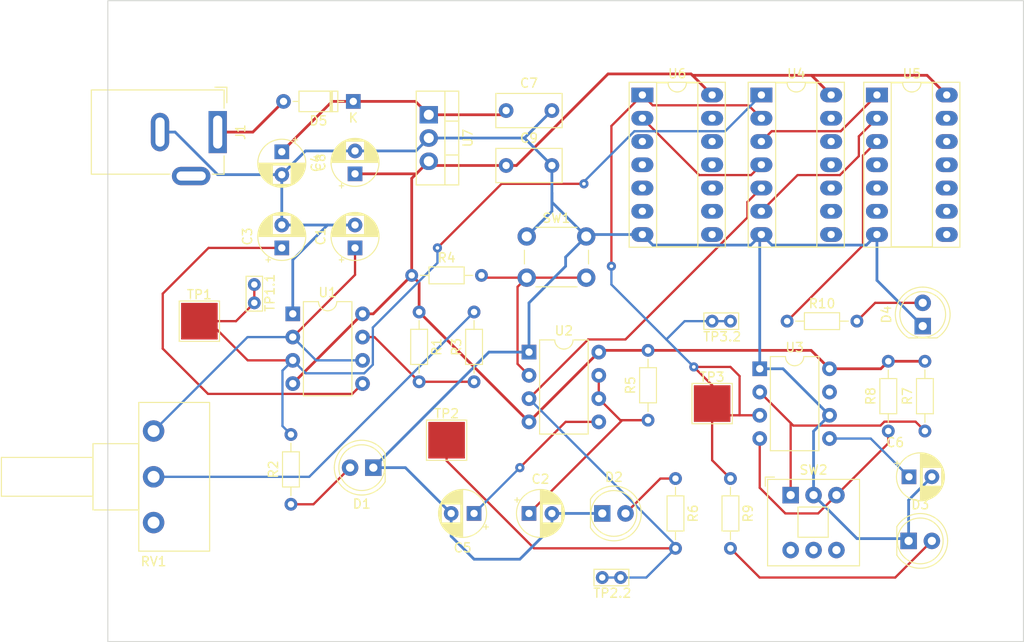
<source format=kicad_pcb>
(kicad_pcb (version 20221018) (generator pcbnew)
  (layers (0 "F.Cu" signal) (31 "B.Cu" signal) (34 "B.Paste" user) (35 "F.Paste" user) (36 "B.SilkS" user "B.Silkscreen") (37 "F.SilkS" user "F.Silkscreen") (38 "B.Mask" user) (39 "F.Mask" user) (44 "Edge.Cuts" user))
  (net 0 "")
  (net 1 "Net-(U1-THR)")
  (net 2 "GND")
  (net 3 "Net-(U2-DIS)")
  (net 4 "Net-(U1-CV)")
  (net 5 "Net-(U2-CV)")
  (net 6 "Net-(U3-CV)")
  (net 7 "Net-(D1-A)")
  (net 8 "Net-(D2-A)")
  (net 9 "Net-(D3-A)")
  (net 10 "Net-(D4-A)")
  (net 11 "Net-(U1-DIS)")
  (net 12 "MUX1")
  (net 13 "Net-(R3-Pad2)")
  (net 14 "Net-(U2-TR)")
  (net 15 "MUX2")
  (net 16 "Net-(SW2-A)")
  (net 17 "Net-(SW2-C)")
  (net 18 "MUX3")
  (net 19 "CLK_OUT")
  (net 22 "Net-(U4-Pad3)")
  (net 23 "Net-(U4-Pad4)")
  (net 24 "Net-(U4-Pad6)")
  (net 25 "Net-(D5-K)")
  (net 26 "Vin")
  (net 27 "Net-(D5-A)")
  (footprint "LED_THT:LED_D5.0mm" (layer "F.Cu") (at 142 108.54 90)
    (fp_text reference "D4" (at 1.27 -3.96 90) (layer "F.SilkS"))
    (fp_text value "LED")
    (pad "1" thru_hole rect (at 0 0 90) (size 1.8 1.8) (drill 0.9) (layers "*.Cu" "*.Mask") (net 2 "GND"))
    (pad "2" thru_hole circle (at 2.54 0 90) (size 1.8 1.8) (drill 0.9) (layers "*.Cu" "*.Mask") (net 10 "Net-(D4-A)"))
  )
  (footprint "Package_TO_SOT_THT:TO-220-3_Vertical" (layer "F.Cu") (at 88.055 85.46 -90)
    (fp_text reference "U7" (at 2.54 -4.27 90) (layer "F.SilkS"))
    (fp_text value "L7805")
    (pad "1" thru_hole rect (at 0 0 270) (size 1.905 2) (drill 1.1) (layers "*.Cu" "*.Mask") (net 25 "Net-(D5-K)"))
    (pad "2" thru_hole oval (at 2.54 0 270) (size 1.905 2) (drill 1.1) (layers "*.Cu" "*.Mask") (net 2 "GND"))
    (pad "3" thru_hole oval (at 5.08 0 270) (size 1.905 2) (drill 1.1) (layers "*.Cu" "*.Mask") (net 26 "Vin"))
  )
  (footprint "Resistor_THT:R_Axial_DIN0204_L3.6mm_D1.6mm_P7.62mm_Horizontal" (layer "F.Cu") (at 93 114.62 90)
    (fp_text reference "R3" (at 3.81 -1.92 90) (layer "F.SilkS"))
    (fp_text value "1k")
    (pad "1" thru_hole circle (at 0 0 90) (size 1.4 1.4) (drill 0.7) (layers "*.Cu" "*.Mask") (net 11 "Net-(U1-DIS)"))
    (pad "2" thru_hole oval (at 7.62 0 90) (size 1.4 1.4) (drill 0.7) (layers "*.Cu" "*.Mask") (net 13 "Net-(R3-Pad2)"))
  )
  (footprint "Resistor_THT:R_Axial_DIN0204_L3.6mm_D1.6mm_P7.62mm_Horizontal" (layer "F.Cu") (at 142.24 120 90)
    (fp_text reference "R7" (at 3.81 -1.92 90) (layer "F.SilkS"))
    (fp_text value "1k")
    (pad "1" thru_hole circle (at 0 0 90) (size 1.4 1.4) (drill 0.7) (layers "*.Cu" "*.Mask") (net 16 "Net-(SW2-A)"))
    (pad "2" thru_hole oval (at 7.62 0 90) (size 1.4 1.4) (drill 0.7) (layers "*.Cu" "*.Mask") (net 26 "Vin"))
  )
  (footprint "Package_DIP:DIP-8_W7.62mm" (layer "F.Cu") (at 99 111.38)
    (fp_text reference "U2" (at 3.81 -2.33) (layer "F.SilkS"))
    (fp_text value "NE555P")
    (pad "1" thru_hole rect (at 0 0) (size 1.6 1.6) (drill 0.8) (layers "*.Cu" "*.Mask") (net 2 "GND"))
    (pad "2" thru_hole oval (at 0 2.54) (size 1.6 1.6) (drill 0.8) (layers "*.Cu" "*.Mask") (net 14 "Net-(U2-TR)"))
    (pad "3" thru_hole oval (at 0 5.08) (size 1.6 1.6) (drill 0.8) (layers "*.Cu" "*.Mask") (net 15 "MUX2"))
    (pad "4" thru_hole oval (at 0 7.62) (size 1.6 1.6) (drill 0.8) (layers "*.Cu" "*.Mask") (net 26 "Vin"))
    (pad "5" thru_hole oval (at 7.62 7.62) (size 1.6 1.6) (drill 0.8) (layers "*.Cu" "*.Mask") (net 5 "Net-(U2-CV)"))
    (pad "6" thru_hole oval (at 7.62 5.08) (size 1.6 1.6) (drill 0.8) (layers "*.Cu" "*.Mask") (net 3 "Net-(U2-DIS)"))
    (pad "7" thru_hole oval (at 7.62 2.54) (size 1.6 1.6) (drill 0.8) (layers "*.Cu" "*.Mask") (net 3 "Net-(U2-DIS)"))
    (pad "8" thru_hole oval (at 7.62 0) (size 1.6 1.6) (drill 0.8) (layers "*.Cu" "*.Mask") (net 26 "Vin"))
  )
  (footprint "Button_Switch_THT:SW_Push_2P2T_Toggle_CK_PVA2xxH2xxxxxxV2" (layer "F.Cu") (at 127.5775 127)
    (fp_text reference "SW2" (at 2.5 -2.75) (layer "F.SilkS"))
    (fp_text value "SW_SPDT")
    (pad "1" thru_hole rect (at 0 0) (size 1.8 1.8) (drill 0.9) (layers "*.Cu" "*.Mask") (net 16 "Net-(SW2-A)"))
    (pad "2" thru_hole circle (at 2.5 0) (size 1.8 1.8) (drill 0.9) (layers "*.Cu" "*.Mask") (net 2 "GND"))
    (pad "3" thru_hole circle (at 5 0) (size 1.8 1.8) (drill 0.9) (layers "*.Cu" "*.Mask") (net 17 "Net-(SW2-C)"))
    (pad "4" thru_hole circle (at 0 6) (size 1.8 1.8) (drill 0.9) (layers "*.Cu" "*.Mask"))
    (pad "5" thru_hole circle (at 2.5 6) (size 1.8 1.8) (drill 0.9) (layers "*.Cu" "*.Mask"))
    (pad "6" thru_hole circle (at 5 6) (size 1.8 1.8) (drill 0.9) (layers "*.Cu" "*.Mask"))
  )
  (footprint "Diode_THT:D_DO-35_SOD27_P7.62mm_Horizontal" (layer "F.Cu") (at 79.81 84 180)
    (fp_text reference "D5" (at 3.81 -2.12) (layer "F.SilkS"))
    (fp_text value "1N6857")
    (fp_text user "K" (at 0 -1.8) (layer "F.SilkS"))
    (pad "1" thru_hole rect (at 0 0 180) (size 1.6 1.6) (drill 0.8) (layers "*.Cu" "*.Mask") (net 25 "Net-(D5-K)"))
    (pad "2" thru_hole oval (at 7.62 0 180) (size 1.6 1.6) (drill 0.8) (layers "*.Cu" "*.Mask") (net 27 "Net-(D5-A)"))
  )
  (footprint "Capacitor_THT:C_Rect_L7.0mm_W3.5mm_P5.00mm" (layer "F.Cu") (at 96.5 85)
    (fp_text reference "C7" (at 2.5 -3) (layer "F.SilkS"))
    (fp_text value "0.1 uF")
    (pad "1" thru_hole circle (at 0 0) (size 1.6 1.6) (drill 0.8) (layers "*.Cu" "*.Mask") (net 25 "Net-(D5-K)"))
    (pad "2" thru_hole circle (at 5 0) (size 1.6 1.6) (drill 0.8) (layers "*.Cu" "*.Mask") (net 2 "GND"))
  )
  (footprint "Capacitor_THT:CP_Radial_D5.0mm_P2.50mm" (layer "F.Cu") (at 72 89.5 -90)
    (fp_text reference "C4" (at 1.25 -3.75 90) (layer "F.SilkS"))
    (fp_text value "0.22 uF")
    (pad "1" thru_hole rect (at 0 0 270) (size 1.6 1.6) (drill 0.8) (layers "*.Cu" "*.Mask") (net 25 "Net-(D5-K)"))
    (pad "2" thru_hole circle (at 2.5 0 270) (size 1.6 1.6) (drill 0.8) (layers "*.Cu" "*.Mask") (net 2 "GND"))
  )
  (footprint "Package_DIP:DIP-8_W7.62mm" (layer "F.Cu") (at 73.2 107.2)
    (fp_text reference "U1" (at 3.81 -2.33) (layer "F.SilkS"))
    (fp_text value "NE555P")
    (pad "1" thru_hole rect (at 0 0) (size 1.6 1.6) (drill 0.8) (layers "*.Cu" "*.Mask") (net 2 "GND"))
    (pad "2" thru_hole oval (at 0 2.54) (size 1.6 1.6) (drill 0.8) (layers "*.Cu" "*.Mask") (net 1 "Net-(U1-THR)"))
    (pad "3" thru_hole oval (at 0 5.08) (size 1.6 1.6) (drill 0.8) (layers "*.Cu" "*.Mask") (net 12 "MUX1"))
    (pad "4" thru_hole oval (at 0 7.62) (size 1.6 1.6) (drill 0.8) (layers "*.Cu" "*.Mask") (net 26 "Vin"))
    (pad "5" thru_hole oval (at 7.62 7.62) (size 1.6 1.6) (drill 0.8) (layers "*.Cu" "*.Mask") (net 4 "Net-(U1-CV)"))
    (pad "6" thru_hole oval (at 7.62 5.08) (size 1.6 1.6) (drill 0.8) (layers "*.Cu" "*.Mask") (net 1 "Net-(U1-THR)"))
    (pad "7" thru_hole oval (at 7.62 2.54) (size 1.6 1.6) (drill 0.8) (layers "*.Cu" "*.Mask") (net 11 "Net-(U1-DIS)"))
    (pad "8" thru_hole oval (at 7.62 0) (size 1.6 1.6) (drill 0.8) (layers "*.Cu" "*.Mask") (net 26 "Vin"))
  )
  (footprint "Capacitor_THT:C_Rect_L7.0mm_W3.5mm_P5.00mm" (layer "F.Cu") (at 96.5 91)
    (fp_text reference "C9" (at 2.5 -3) (layer "F.SilkS"))
    (fp_text value "0.1 uF")
    (pad "1" thru_hole circle (at 0 0) (size 1.6 1.6) (drill 0.8) (layers "*.Cu" "*.Mask") (net 26 "Vin"))
    (pad "2" thru_hole circle (at 5 0) (size 1.6 1.6) (drill 0.8) (layers "*.Cu" "*.Mask") (net 2 "GND"))
  )
  (footprint "Resistor_THT:R_Axial_DIN0204_L3.6mm_D1.6mm_P7.62mm_Horizontal" (layer "F.Cu") (at 73 128 90)
    (fp_text reference "R2" (at 3.81 -1.92 90) (layer "F.SilkS"))
    (fp_text value "R")
    (pad "1" thru_hole circle (at 0 0 90) (size 1.4 1.4) (drill 0.7) (layers "*.Cu" "*.Mask") (net 7 "Net-(D1-A)"))
    (pad "2" thru_hole oval (at 7.62 0 90) (size 1.4 1.4) (drill 0.7) (layers "*.Cu" "*.Mask") (net 12 "MUX1"))
  )
  (footprint "Resistor_THT:R_Axial_DIN0204_L3.6mm_D1.6mm_P7.62mm_Horizontal" (layer "F.Cu") (at 87 107 -90)
    (fp_text reference "R1" (at 3.81 -1.92 90) (layer "F.SilkS"))
    (fp_text value "1k")
    (pad "1" thru_hole circle (at 0 0 270) (size 1.4 1.4) (drill 0.7) (layers "*.Cu" "*.Mask") (net 26 "Vin"))
    (pad "2" thru_hole oval (at 7.62 0 270) (size 1.4 1.4) (drill 0.7) (layers "*.Cu" "*.Mask") (net 11 "Net-(U1-DIS)"))
  )
  (footprint "Resistor_THT:R_Axial_DIN0204_L3.6mm_D1.6mm_P7.62mm_Horizontal" (layer "F.Cu") (at 86.19 103)
    (fp_text reference "R4" (at 3.81 -1.92) (layer "F.SilkS"))
    (fp_text value "1k")
    (pad "1" thru_hole circle (at 0 0) (size 1.4 1.4) (drill 0.7) (layers "*.Cu" "*.Mask") (net 26 "Vin"))
    (pad "2" thru_hole oval (at 7.62 0) (size 1.4 1.4) (drill 0.7) (layers "*.Cu" "*.Mask") (net 14 "Net-(U2-TR)"))
  )
  (footprint "Potentiometer_THT:Potentiometer_Piher_T-16H_Single_Horizontal" (layer "F.Cu") (at 58 120 180)
    (fp_text reference "RV1" (at 0 -14.25) (layer "F.SilkS"))
    (fp_text value "R_Potentiometer 5k")
    (pad "1" thru_hole circle (at 0 0 180) (size 2.34 2.34) (drill 1.3) (layers "*.Cu" "*.Mask") (net 1 "Net-(U1-THR)"))
    (pad "2" thru_hole circle (at 0 -5 180) (size 2.34 2.34) (drill 1.3) (layers "*.Cu" "*.Mask") (net 13 "Net-(R3-Pad2)"))
    (pad "3" thru_hole circle (at 0 -10 180) (size 2.34 2.34) (drill 1.3) (layers "*.Cu" "*.Mask"))
  )
  (footprint "Package_DIP:DIP-14_W7.62mm_Socket_LongPads" (layer "F.Cu") (at 111.38 83.3)
    (fp_text reference "U6" (at 3.81 -2.33) (layer "F.SilkS"))
    (fp_text value "74LS04")
    (pad "1" thru_hole rect (at 0 0) (size 2.4 1.6) (drill 0.8) (layers "*.Cu" "*.Mask") (net 18 "MUX3"))
    (pad "2" thru_hole oval (at 0 2.54) (size 2.4 1.6) (drill 0.8) (layers "*.Cu" "*.Mask") (net 23 "Net-(U4-Pad4)"))
    (pad "3" thru_hole oval (at 0 5.08) (size 2.4 1.6) (drill 0.8) (layers "*.Cu" "*.Mask"))
    (pad "4" thru_hole oval (at 0 7.62) (size 2.4 1.6) (drill 0.8) (layers "*.Cu" "*.Mask"))
    (pad "5" thru_hole oval (at 0 10.16) (size 2.4 1.6) (drill 0.8) (layers "*.Cu" "*.Mask"))
    (pad "6" thru_hole oval (at 0 12.7) (size 2.4 1.6) (drill 0.8) (layers "*.Cu" "*.Mask"))
    (pad "7" thru_hole oval (at 0 15.24) (size 2.4 1.6) (drill 0.8) (layers "*.Cu" "*.Mask") (net 2 "GND"))
    (pad "8" thru_hole oval (at 7.62 15.24) (size 2.4 1.6) (drill 0.8) (layers "*.Cu" "*.Mask"))
    (pad "9" thru_hole oval (at 7.62 12.7) (size 2.4 1.6) (drill 0.8) (layers "*.Cu" "*.Mask"))
    (pad "10" thru_hole oval (at 7.62 10.16) (size 2.4 1.6) (drill 0.8) (layers "*.Cu" "*.Mask"))
    (pad "11" thru_hole oval (at 7.62 7.62) (size 2.4 1.6) (drill 0.8) (layers "*.Cu" "*.Mask"))
    (pad "12" thru_hole oval (at 7.62 5.08) (size 2.4 1.6) (drill 0.8) (layers "*.Cu" "*.Mask"))
    (pad "13" thru_hole oval (at 7.62 2.54) (size 2.4 1.6) (drill 0.8) (layers "*.Cu" "*.Mask"))
    (pad "14" thru_hole oval (at 7.62 0) (size 2.4 1.6) (drill 0.8) (layers "*.Cu" "*.Mask") (net 26 "Vin"))
  )
  (footprint "TestPoint:TestPoint_Pad_4.0x4.0mm" (layer "F.Cu") (at 63 108)
    (fp_text reference "TP1" (at 0 -2.898) (layer "F.SilkS"))
    (fp_text value "TestPoint")
    (pad "1" smd rect (at 0 0) (size 4 4) (layers "F.Cu" "F.Mask") (net 12 "MUX1"))
  )
  (footprint "Package_DIP:DIP-8_W7.62mm" (layer "F.Cu") (at 124.2 113.2)
    (fp_text reference "U3" (at 3.81 -2.33) (layer "F.SilkS"))
    (fp_text value "NE555P")
    (pad "1" thru_hole rect (at 0 0) (size 1.6 1.6) (drill 0.8) (layers "*.Cu" "*.Mask") (net 2 "GND"))
    (pad "2" thru_hole oval (at 0 2.54) (size 1.6 1.6) (drill 0.8) (layers "*.Cu" "*.Mask") (net 16 "Net-(SW2-A)"))
    (pad "3" thru_hole oval (at 0 5.08) (size 1.6 1.6) (drill 0.8) (layers "*.Cu" "*.Mask") (net 18 "MUX3"))
    (pad "4" thru_hole oval (at 0 7.62) (size 1.6 1.6) (drill 0.8) (layers "*.Cu" "*.Mask") (net 17 "Net-(SW2-C)"))
    (pad "5" thru_hole oval (at 7.62 7.62) (size 1.6 1.6) (drill 0.8) (layers "*.Cu" "*.Mask") (net 6 "Net-(U3-CV)"))
    (pad "6" thru_hole oval (at 7.62 5.08) (size 1.6 1.6) (drill 0.8) (layers "*.Cu" "*.Mask") (net 2 "GND"))
    (pad "7" thru_hole oval (at 7.62 2.54) (size 1.6 1.6) (drill 0.8) (layers "*.Cu" "*.Mask"))
    (pad "8" thru_hole oval (at 7.62 0) (size 1.6 1.6) (drill 0.8) (layers "*.Cu" "*.Mask") (net 26 "Vin"))
  )
  (footprint "Capacitor_THT:CP_Radial_D5.0mm_P2.50mm" (layer "F.Cu") (at 140.5 125)
    (fp_text reference "C6" (at -1.51 -3.75) (layer "F.SilkS"))
    (fp_text value "C")
    (pad "1" thru_hole rect (at 0 0) (size 1.6 1.6) (drill 0.8) (layers "*.Cu" "*.Mask") (net 6 "Net-(U3-CV)"))
    (pad "2" thru_hole circle (at 2.5 0) (size 1.6 1.6) (drill 0.8) (layers "*.Cu" "*.Mask") (net 2 "GND"))
  )
  (footprint "Resistor_THT:R_Axial_DIN0204_L3.6mm_D1.6mm_P7.62mm_Horizontal" (layer "F.Cu") (at 138.24 120 90)
    (fp_text reference "R8" (at 3.81 -1.92 90) (layer "F.SilkS"))
    (fp_text value "1k")
    (pad "1" thru_hole circle (at 0 0 90) (size 1.4 1.4) (drill 0.7) (layers "*.Cu" "*.Mask") (net 17 "Net-(SW2-C)"))
    (pad "2" thru_hole oval (at 7.62 0 90) (size 1.4 1.4) (drill 0.7) (layers "*.Cu" "*.Mask") (net 26 "Vin"))
  )
  (footprint "Connector_BarrelJack:BarrelJack_GCT_DCJ200-10-A_Horizontal" (layer "F.Cu") (at 65 87.35 -90)
    (fp_text reference "J1" (at 0 -2.5 90) (layer "F.SilkS"))
    (fp_text value "Jack-DC")
    (pad "1" thru_hole rect (at 0 0 270) (size 4.6 2) (drill oval 3.6 1) (layers "*.Cu" "*.Mask") (net 27 "Net-(D5-A)"))
    (pad "2" thru_hole oval (at 0 6.3 270) (size 4.2 2) (drill oval 3.2 1) (layers "*.Cu" "*.Mask") (net 2 "GND"))
    (pad "3" thru_hole oval (at 4.8 2.9 270) (size 2 4.2) (drill oval 1 3.2) (layers "*.Cu" "*.Mask"))
  )
  (footprint "TestPoint:TestPoint_Bridge_Pitch2.0mm_Drill0.7mm" (layer "F.Cu") (at 119 108)
    (fp_text reference "TP3.2" (at 1.1 1.7) (layer "F.SilkS"))
    (fp_text value "TestPoint")
    (pad "1" thru_hole circle (at 0 0) (size 1.4 1.4) (drill 0.7) (layers "*.Cu" "*.Mask") (net 18 "MUX3"))
    (pad "1" thru_hole circle (at 2 0) (size 1.4 1.4) (drill 0.7) (layers "*.Cu" "*.Mask") (net 18 "MUX3"))
  )
  (footprint "Resistor_THT:R_Axial_DIN0204_L3.6mm_D1.6mm_P7.62mm_Horizontal" (layer "F.Cu") (at 121 125.19 -90)
    (fp_text reference "R9" (at 3.81 -1.92 90) (layer "F.SilkS"))
    (fp_text value "340")
    (pad "1" thru_hole circle (at 0 0 270) (size 1.4 1.4) (drill 0.7) (layers "*.Cu" "*.Mask") (net 18 "MUX3"))
    (pad "2" thru_hole oval (at 7.62 0 270) (size 1.4 1.4) (drill 0.7) (layers "*.Cu" "*.Mask") (net 9 "Net-(D3-A)"))
  )
  (footprint "LED_THT:LED_D5.0mm" (layer "F.Cu") (at 82 124 180)
    (fp_text reference "D1" (at 1.27 -3.96) (layer "F.SilkS"))
    (fp_text value "LED")
    (pad "1" thru_hole rect (at 0 0 180) (size 1.8 1.8) (drill 0.9) (layers "*.Cu" "*.Mask") (net 2 "GND"))
    (pad "2" thru_hole circle (at 2.54 0 180) (size 1.8 1.8) (drill 0.9) (layers "*.Cu" "*.Mask") (net 7 "Net-(D1-A)"))
  )
  (footprint "Capacitor_THT:CP_Radial_D5.0mm_P2.50mm" (layer "F.Cu") (at 93 129 180)
    (fp_text reference "C5" (at 1.25 -3.75) (layer "F.SilkS"))
    (fp_text value "C")
    (pad "1" thru_hole rect (at 0 0 180) (size 1.6 1.6) (drill 0.8) (layers "*.Cu" "*.Mask") (net 5 "Net-(U2-CV)"))
    (pad "2" thru_hole circle (at 2.5 0 180) (size 1.6 1.6) (drill 0.8) (layers "*.Cu" "*.Mask") (net 2 "GND"))
  )
  (footprint "Capacitor_THT:CP_Radial_D5.0mm_P2.50mm" (layer "F.Cu") (at 80 100 90)
    (fp_text reference "C1" (at 1.25 -3.75 90) (layer "F.SilkS"))
    (fp_text value "1 uF")
    (pad "1" thru_hole rect (at 0 0 90) (size 1.6 1.6) (drill 0.8) (layers "*.Cu" "*.Mask") (net 1 "Net-(U1-THR)"))
    (pad "2" thru_hole circle (at 2.5 0 90) (size 1.6 1.6) (drill 0.8) (layers "*.Cu" "*.Mask") (net 2 "GND"))
  )
  (footprint "TestPoint:TestPoint_Pad_4.0x4.0mm" (layer "F.Cu") (at 90 121)
    (fp_text reference "TP2" (at 0 -2.898) (layer "F.SilkS"))
    (fp_text value "TestPoint")
    (pad "1" smd rect (at 0 0) (size 4 4) (layers "F.Cu" "F.Mask") (net 15 "MUX2"))
  )
  (footprint "Resistor_THT:R_Axial_DIN0204_L3.6mm_D1.6mm_P7.62mm_Horizontal" (layer "F.Cu") (at 115 125.19 -90)
    (fp_text reference "R6" (at 3.81 -1.92 90) (layer "F.SilkS"))
    (fp_text value "320")
    (pad "1" thru_hole circle (at 0 0 270) (size 1.4 1.4) (drill 0.7) (layers "*.Cu" "*.Mask") (net 8 "Net-(D2-A)"))
    (pad "2" thru_hole oval (at 7.62 0 270) (size 1.4 1.4) (drill 0.7) (layers "*.Cu" "*.Mask") (net 15 "MUX2"))
  )
  (footprint "TestPoint:TestPoint_Bridge_Pitch2.0mm_Drill0.7mm" (layer "F.Cu") (at 69 106 90)
    (fp_text reference "TP1.1" (at 1.1 1.7 90) (layer "F.SilkS"))
    (fp_text value "TestPoint")
    (pad "1" thru_hole circle (at 0 0 90) (size 1.4 1.4) (drill 0.7) (layers "*.Cu" "*.Mask") (net 12 "MUX1"))
    (pad "1" thru_hole circle (at 2 0 90) (size 1.4 1.4) (drill 0.7) (layers "*.Cu" "*.Mask") (net 12 "MUX1"))
  )
  (footprint "TestPoint:TestPoint_Pad_4.0x4.0mm" (layer "F.Cu") (at 119 117)
    (fp_text reference "TP3" (at 0 -2.898) (layer "F.SilkS"))
    (fp_text value "TestPoint")
    (pad "1" smd rect (at 0 0) (size 4 4) (layers "F.Cu" "F.Mask") (net 18 "MUX3"))
  )
  (footprint "Capacitor_THT:CP_Radial_D5.0mm_P2.50mm" (layer "F.Cu") (at 80 91.910225 90)
    (fp_text reference "C8" (at 1.25 -3.75 90) (layer "F.SilkS"))
    (fp_text value "10 uF")
    (pad "1" thru_hole rect (at 0 0 90) (size 1.6 1.6) (drill 0.8) (layers "*.Cu" "*.Mask") (net 26 "Vin"))
    (pad "2" thru_hole circle (at 2.5 0 90) (size 1.6 1.6) (drill 0.8) (layers "*.Cu" "*.Mask") (net 2 "GND"))
  )
  (footprint "TestPoint:TestPoint_Bridge_Pitch2.0mm_Drill0.7mm" (layer "F.Cu") (at 107 136)
    (fp_text reference "TP2.2" (at 1.1 1.7) (layer "F.SilkS"))
    (fp_text value "TestPoint")
    (pad "1" thru_hole circle (at 0 0) (size 1.4 1.4) (drill 0.7) (layers "*.Cu" "*.Mask") (net 15 "MUX2"))
    (pad "1" thru_hole circle (at 2 0) (size 1.4 1.4) (drill 0.7) (layers "*.Cu" "*.Mask") (net 15 "MUX2"))
  )
  (footprint "LED_THT:LED_D5.0mm" (layer "F.Cu") (at 140.46 132)
    (fp_text reference "D3" (at 1.27 -3.96) (layer "F.SilkS"))
    (fp_text value "LED")
    (pad "1" thru_hole rect (at 0 0) (size 1.8 1.8) (drill 0.9) (layers "*.Cu" "*.Mask") (net 2 "GND"))
    (pad "2" thru_hole circle (at 2.54 0) (size 1.8 1.8) (drill 0.9) (layers "*.Cu" "*.Mask") (net 9 "Net-(D3-A)"))
  )
  (footprint "Package_DIP:DIP-14_W7.62mm_Socket_LongPads" (layer "F.Cu") (at 137 83.3)
    (fp_text reference "U5" (at 3.81 -2.33) (layer "F.SilkS"))
    (fp_text value "74LS32")
    (pad "1" thru_hole rect (at 0 0) (size 2.4 1.6) (drill 0.8) (layers "*.Cu" "*.Mask") (net 22 "Net-(U4-Pad3)"))
    (pad "2" thru_hole oval (at 0 2.54) (size 2.4 1.6) (drill 0.8) (layers "*.Cu" "*.Mask") (net 24 "Net-(U4-Pad6)"))
    (pad "3" thru_hole oval (at 0 5.08) (size 2.4 1.6) (drill 0.8) (layers "*.Cu" "*.Mask") (net 19 "CLK_OUT"))
    (pad "4" thru_hole oval (at 0 7.62) (size 2.4 1.6) (drill 0.8) (layers "*.Cu" "*.Mask"))
    (pad "5" thru_hole oval (at 0 10.16) (size 2.4 1.6) (drill 0.8) (layers "*.Cu" "*.Mask"))
    (pad "6" thru_hole oval (at 0 12.7) (size 2.4 1.6) (drill 0.8) (layers "*.Cu" "*.Mask"))
    (pad "7" thru_hole oval (at 0 15.24) (size 2.4 1.6) (drill 0.8) (layers "*.Cu" "*.Mask") (net 2 "GND"))
    (pad "8" thru_hole oval (at 7.62 15.24) (size 2.4 1.6) (drill 0.8) (layers "*.Cu" "*.Mask"))
    (pad "9" thru_hole oval (at 7.62 12.7) (size 2.4 1.6) (drill 0.8) (layers "*.Cu" "*.Mask"))
    (pad "10" thru_hole oval (at 7.62 10.16) (size 2.4 1.6) (drill 0.8) (layers "*.Cu" "*.Mask"))
    (pad "11" thru_hole oval (at 7.62 7.62) (size 2.4 1.6) (drill 0.8) (layers "*.Cu" "*.Mask"))
    (pad "12" thru_hole oval (at 7.62 5.08) (size 2.4 1.6) (drill 0.8) (layers "*.Cu" "*.Mask"))
    (pad "13" thru_hole oval (at 7.62 2.54) (size 2.4 1.6) (drill 0.8) (layers "*.Cu" "*.Mask"))
    (pad "14" thru_hole oval (at 7.62 0) (size 2.4 1.6) (drill 0.8) (layers "*.Cu" "*.Mask") (net 26 "Vin"))
  )
  (footprint "Capacitor_THT:CP_Radial_D5.0mm_P2.50mm" (layer "F.Cu") (at 99 129)
    (fp_text reference "C2" (at 1.25 -3.75) (layer "F.SilkS"))
    (fp_text value "10uF")
    (pad "1" thru_hole rect (at 0 0) (size 1.6 1.6) (drill 0.8) (layers "*.Cu" "*.Mask") (net 3 "Net-(U2-DIS)"))
    (pad "2" thru_hole circle (at 2.5 0) (size 1.6 1.6) (drill 0.8) (layers "*.Cu" "*.Mask") (net 2 "GND"))
  )
  (footprint "Button_Switch_THT:SW_PUSH_6mm_H5mm" (layer "F.Cu") (at 98.75 98.75)
    (fp_text reference "SW1" (at 3.25 -2) (layer "F.SilkS"))
    (fp_text value "SW_DIP_x01")
    (pad "1" thru_hole circle (at 0 0 90) (size 2 2) (drill 1.1) (layers "*.Cu" "*.Mask") (net 2 "GND"))
    (pad "1" thru_hole circle (at 6.5 0 90) (size 2 2) (drill 1.1) (layers "*.Cu" "*.Mask") (net 2 "GND"))
    (pad "2" thru_hole circle (at 0 4.5 90) (size 2 2) (drill 1.1) (layers "*.Cu" "*.Mask") (net 14 "Net-(U2-TR)"))
    (pad "2" thru_hole circle (at 6.5 4.5 90) (size 2 2) (drill 1.1) (layers "*.Cu" "*.Mask") (net 14 "Net-(U2-TR)"))
  )
  (footprint "Package_DIP:DIP-14_W7.62mm_Socket_LongPads" (layer "F.Cu") (at 124.38 83.3)
    (fp_text reference "U4" (at 3.81 -2.33) (layer "F.SilkS"))
    (fp_text value "74LS08")
    (pad "1" thru_hole rect (at 0 0) (size 2.4 1.6) (drill 0.8) (layers "*.Cu" "*.Mask") (net 12 "MUX1"))
    (pad "2" thru_hole oval (at 0 2.54) (size 2.4 1.6) (drill 0.8) (layers "*.Cu" "*.Mask") (net 18 "MUX3"))
    (pad "3" thru_hole oval (at 0 5.08) (size 2.4 1.6) (drill 0.8) (layers "*.Cu" "*.Mask") (net 22 "Net-(U4-Pad3)"))
    (pad "4" thru_hole oval (at 0 7.62) (size 2.4 1.6) (drill 0.8) (layers "*.Cu" "*.Mask") (net 23 "Net-(U4-Pad4)"))
    (pad "5" thru_hole oval (at 0 10.16) (size 2.4 1.6) (drill 0.8) (layers "*.Cu" "*.Mask") (net 15 "MUX2"))
    (pad "6" thru_hole oval (at 0 12.7) (size 2.4 1.6) (drill 0.8) (layers "*.Cu" "*.Mask") (net 24 "Net-(U4-Pad6)"))
    (pad "7" thru_hole oval (at 0 15.24) (size 2.4 1.6) (drill 0.8) (layers "*.Cu" "*.Mask") (net 2 "GND"))
    (pad "8" thru_hole oval (at 7.62 15.24) (size 2.4 1.6) (drill 0.8) (layers "*.Cu" "*.Mask"))
    (pad "9" thru_hole oval (at 7.62 12.7) (size 2.4 1.6) (drill 0.8) (layers "*.Cu" "*.Mask"))
    (pad "10" thru_hole oval (at 7.62 10.16) (size 2.4 1.6) (drill 0.8) (layers "*.Cu" "*.Mask"))
    (pad "11" thru_hole oval (at 7.62 7.62) (size 2.4 1.6) (drill 0.8) (layers "*.Cu" "*.Mask"))
    (pad "12" thru_hole oval (at 7.62 5.08) (size 2.4 1.6) (drill 0.8) (layers "*.Cu" "*.Mask"))
    (pad "13" thru_hole oval (at 7.62 2.54) (size 2.4 1.6) (drill 0.8) (layers "*.Cu" "*.Mask"))
    (pad "14" thru_hole oval (at 7.62 0) (size 2.4 1.6) (drill 0.8) (layers "*.Cu" "*.Mask") (net 26 "Vin"))
  )
  (footprint "Resistor_THT:R_Axial_DIN0204_L3.6mm_D1.6mm_P7.62mm_Horizontal" (layer "F.Cu") (at 127.19 108)
    (fp_text reference "R10" (at 3.81 -1.92) (layer "F.SilkS"))
    (fp_text value "340")
    (pad "1" thru_hole circle (at 0 0) (size 1.4 1.4) (drill 0.7) (layers "*.Cu" "*.Mask") (net 19 "CLK_OUT"))
    (pad "2" thru_hole oval (at 7.62 0) (size 1.4 1.4) (drill 0.7) (layers "*.Cu" "*.Mask") (net 10 "Net-(D4-A)"))
  )
  (footprint "Resistor_THT:R_Axial_DIN0204_L3.6mm_D1.6mm_P7.62mm_Horizontal" (layer "F.Cu") (at 112 118.81 90)
    (fp_text reference "R5" (at 3.81 -1.92 90) (layer "F.SilkS"))
    (fp_text value "30k")
    (pad "1" thru_hole circle (at 0 0 90) (size 1.4 1.4) (drill 0.7) (layers "*.Cu" "*.Mask") (net 3 "Net-(U2-DIS)"))
    (pad "2" thru_hole oval (at 7.62 0 90) (size 1.4 1.4) (drill 0.7) (layers "*.Cu" "*.Mask") (net 26 "Vin"))
  )
  (footprint "LED_THT:LED_D5.0mm" (layer "F.Cu") (at 107 129)
    (fp_text reference "D2" (at 1.27 -3.96) (layer "F.SilkS"))
    (fp_text value "LED")
    (pad "1" thru_hole rect (at 0 0) (size 1.8 1.8) (drill 0.9) (layers "*.Cu" "*.Mask") (net 2 "GND"))
    (pad "2" thru_hole circle (at 2.54 0) (size 1.8 1.8) (drill 0.9) (layers "*.Cu" "*.Mask") (net 8 "Net-(D2-A)"))
  )
  (footprint "Capacitor_THT:CP_Radial_D5.0mm_P2.50mm" (layer "F.Cu") (at 72 100 90)
    (fp_text reference "C3" (at 1.25 -3.75 90) (layer "F.SilkS"))
    (fp_text value "op")
    (pad "1" thru_hole rect (at 0 0 90) (size 1.6 1.6) (drill 0.8) (layers "*.Cu" "*.Mask") (net 4 "Net-(U1-CV)"))
    (pad "2" thru_hole circle (at 2.5 0 90) (size 1.6 1.6) (drill 0.8) (layers "*.Cu" "*.Mask") (net 2 "GND"))
  )
  (gr_rect (start 53 73) (end 153 143) (stroke (width 0.1)) (fill none) (layer "Edge.Cuts"))
  (segment (start 73.2 109.74) (end 80 102.94) (width 0.25) (layer "F.Cu") (net 1))
  (segment (start 80 102.94) (end 80 100) (width 0.25) (layer "F.Cu") (net 1))
  (segment (start 68.26 109.74) (end 58 120) (width 0.25) (layer "B.Cu") (net 1))
  (segment (start 73.2 109.74) (end 68.26 109.74) (width 0.25) (layer "B.Cu") (net 1))
  (segment (start 75.74 112.28) (end 73.2 109.74) (width 0.25) (layer "B.Cu") (net 1))
  (segment (start 80.82 112.28) (end 75.74 112.28) (width 0.25) (layer "B.Cu") (net 1))
  (segment (start 134.8275 131.75) (end 130.0775 127) (width 0.3) (layer "B.Cu") (net 2))
  (segment (start 140.46 132) (end 140.46 127.54) (width 0.3) (layer "B.Cu") (net 2))
  (segment (start 124.2 113.2) (end 126.74 113.2) (width 0.3) (layer "B.Cu") (net 2))
  (segment (start 98.5 88) (end 101.5 85) (width 0.3) (layer "B.Cu") (net 2))
  (segment (start 137 98.54) (end 135.85 99.69) (width 0.3) (layer "B.Cu") (net 2))
  (segment (start 93 134) (end 98 134) (width 0.3) (layer "B.Cu") (net 2))
  (segment (start 107 129) (end 101.5 129) (width 0.3) (layer "B.Cu") (net 2))
  (segment (start 123.23 99.69) (end 112.53 99.69) (width 0.3) (layer "B.Cu") (net 2))
  (segment (start 101.5 91) (end 101.5 94) (width 0.3) (layer "B.Cu") (net 2))
  (segment (start 126.74 113.2) (end 131.82 118.28) (width 0.3) (layer "B.Cu") (net 2))
  (segment (start 99 106) (end 103 102) (width 0.3) (layer "B.Cu") (net 2))
  (segment (start 85.5 124) (end 90.5 129) (width 0.3) (layer "B.Cu") (net 2))
  (segment (start 90.5 131.5) (end 93 134) (width 0.3) (layer "B.Cu") (net 2))
  (segment (start 98.5 88) (end 101.5 91) (width 0.3) (layer "B.Cu") (net 2))
  (segment (start 124.2 98.72) (end 124.38 98.54) (width 0.3) (layer "B.Cu") (net 2))
  (segment (start 111.38 98.54) (end 105.46 98.54) (width 0.3) (layer "B.Cu") (net 2))
  (segment (start 112.53 99.69) (end 111.38 98.54) (width 0.3) (layer "B.Cu") (net 2))
  (segment (start 99 111.38) (end 94.62 111.38) (width 0.3) (layer "B.Cu") (net 2))
  (segment (start 135.85 99.69) (end 125.53 99.69) (width 0.3) (layer "B.Cu") (net 2))
  (segment (start 94.62 111.38) (end 82 124) (width 0.3) (layer "B.Cu") (net 2))
  (segment (start 98 134) (end 101.5 130.5) (width 0.3) (layer "B.Cu") (net 2))
  (segment (start 80 97.5) (end 77 97.5) (width 0.3) (layer "B.Cu") (net 2))
  (segment (start 103 101) (end 105.25 98.75) (width 0.3) (layer "B.Cu") (net 2))
  (segment (start 140.21 131.75) (end 134.8275 131.75) (width 0.3) (layer "B.Cu") (net 2))
  (segment (start 101.5 130.5) (end 101.5 129) (width 0.3) (layer "B.Cu") (net 2))
  (segment (start 74.589775 89.410225) (end 72 92) (width 0.3) (layer "B.Cu") (net 2))
  (segment (start 125.53 99.69) (end 124.38 98.54) (width 0.3) (layer "B.Cu") (net 2))
  (segment (start 105.46 98.54) (end 105.25 98.75) (width 0.3) (layer "B.Cu") (net 2))
  (segment (start 60.35 87.35) (end 65 92) (width 0.3) (layer "B.Cu") (net 2))
  (segment (start 142 108.54) (end 137 103.54) (width 0.3) (layer "B.Cu") (net 2))
  (segment (start 101.5 94) (end 101.5 96) (width 0.3) (layer "B.Cu") (net 2))
  (segment (start 80 89.410225) (end 86.644775 89.410225) (width 0.3) (layer "B.Cu") (net 2))
  (segment (start 105.25 98.75) (end 101.5 95) (width 0.3) (layer "B.Cu") (net 2))
  (segment (start 101.5 96) (end 98.75 98.75) (width 0.3) (layer "B.Cu") (net 2))
  (segment (start 140.46 132) (end 140.21 131.75) (width 0.3) (layer "B.Cu") (net 2))
  (segment (start 82 124) (end 85.5 124) (width 0.3) (layer "B.Cu") (net 2))
  (segment (start 86.644775 89.410225) (end 88.055 88) (width 0.3) (layer "B.Cu") (net 2))
  (segment (start 130.0775 120.0225) (end 130.0775 127) (width 0.3) (layer "B.Cu") (net 2))
  (segment (start 124.38 98.54) (end 123.23 99.69) (width 0.3) (layer "B.Cu") (net 2))
  (segment (start 90.5 129) (end 90.5 131.5) (width 0.3) (layer "B.Cu") (net 2))
  (segment (start 137 103.54) (end 137 98.54) (width 0.3) (layer "B.Cu") (net 2))
  (segment (start 131.82 118.28) (end 130.0775 120.0225) (width 0.3) (layer "B.Cu") (net 2))
  (segment (start 101.5 95) (end 101.5 94) (width 0.3) (layer "B.Cu") (net 2))
  (segment (start 140.46 127.54) (end 143 125) (width 0.3) (layer "B.Cu") (net 2))
  (segment (start 58.7 87.35) (end 60.35 87.35) (width 0.3) (layer "B.Cu") (net 2))
  (segment (start 77 97.5) (end 72 97.5) (width 0.3) (layer "B.Cu") (net 2))
  (segment (start 103 102) (end 103 101) (width 0.3) (layer "B.Cu") (net 2))
  (segment (start 99 111.38) (end 99 106) (width 0.3) (layer "B.Cu") (net 2))
  (segment (start 88.055 88) (end 98.5 88) (width 0.3) (layer "B.Cu") (net 2))
  (segment (start 65 92) (end 72 92) (width 0.3) (layer "B.Cu") (net 2))
  (segment (start 80 89.410225) (end 74.589775 89.410225) (width 0.3) (layer "B.Cu") (net 2))
  (segment (start 124.2 113.2) (end 124.2 98.72) (width 0.3) (layer "B.Cu") (net 2))
  (segment (start 73.2 107.2) (end 73.2 101.3) (width 0.3) (layer "B.Cu") (net 2))
  (segment (start 73.2 101.3) (end 77 97.5) (width 0.3) (layer "B.Cu") (net 2))
  (segment (start 72 97.5) (end 72 92) (width 0.3) (layer "B.Cu") (net 2))
  (segment (start 106.62 116.46) (end 106.62 113.92) (width 0.25) (layer "F.Cu") (net 3))
  (segment (start 112 118.81) (end 109.19 118.81) (width 0.25) (layer "F.Cu") (net 3))
  (segment (start 112 118.81) (end 108.97 118.81) (width 0.25) (layer "F.Cu") (net 3))
  (segment (start 108.97 118.81) (end 106.62 116.46) (width 0.25) (layer "F.Cu") (net 3))
  (segment (start 109.19 118.81) (end 99 129) (width 0.25) (layer "F.Cu") (net 3))
  (segment (start 63.945 115.945) (end 59 111) (width 0.25) (layer "F.Cu") (net 4))
  (segment (start 64 100) (end 72 100) (width 0.25) (layer "F.Cu") (net 4))
  (segment (start 79.695 115.945) (end 63.945 115.945) (width 0.25) (layer "F.Cu") (net 4))
  (segment (start 59 105) (end 64 100) (width 0.25) (layer "F.Cu") (net 4))
  (segment (start 80.82 114.82) (end 79.695 115.945) (width 0.25) (layer "F.Cu") (net 4))
  (segment (start 59 111) (end 59 105) (width 0.25) (layer "F.Cu") (net 4))
  (segment (start 98 124) (end 103 119) (width 0.25) (layer "F.Cu") (net 5))
  (segment (start 103 119) (end 106.62 119) (width 0.25) (layer "F.Cu") (net 5))
  (via (at 98 124) (size 1) (drill 0.4) (layers "F.Cu" "B.Cu") (net 5))
  (segment (start 93 129) (end 98 124) (width 0.25) (layer "B.Cu") (net 5))
  (segment (start 131.82 120.82) (end 136.32 120.82) (width 0.25) (layer "B.Cu") (net 6))
  (segment (start 136.32 120.82) (end 140.5 125) (width 0.25) (layer "B.Cu") (net 6))
  (segment (start 75.46 128) (end 79.46 124) (width 0.25) (layer "F.Cu") (net 7))
  (segment (start 73 128) (end 75.46 128) (width 0.25) (layer "F.Cu") (net 7))
  (segment (start 109.54 129) (end 113.35 125.19) (width 0.25) (layer "F.Cu") (net 8))
  (segment (start 113.35 125.19) (end 115 125.19) (width 0.25) (layer "F.Cu") (net 8))
  (segment (start 121 132.81) (end 124.19 136) (width 0.25) (layer "F.Cu") (net 9))
  (segment (start 124.19 136) (end 139 136) (width 0.25) (layer "F.Cu") (net 9))
  (segment (start 139 136) (end 143 132) (width 0.25) (layer "F.Cu") (net 9))
  (segment (start 136.81 106) (end 134.81 108) (width 0.25) (layer "F.Cu") (net 10))
  (segment (start 142 106) (end 136.81 106) (width 0.25) (layer "F.Cu") (net 10))
  (segment (start 80.82 109.74) (end 82.12 109.74) (width 0.25) (layer "F.Cu") (net 11))
  (segment (start 82.12 109.74) (end 87 114.62) (width 0.25) (layer "F.Cu") (net 11))
  (segment (start 87 114.62) (end 93 114.62) (width 0.25) (layer "F.Cu") (net 11))
  (segment (start 73.2 112.28) (end 68.28 112.28) (width 0.25) (layer "F.Cu") (net 12))
  (segment (start 64 108) (end 63 108) (width 0.25) (layer "F.Cu") (net 12))
  (segment (start 96 93) (end 89 100) (width 0.25) (layer "F.Cu") (net 12))
  (segment (start 63 108) (end 67 108) (width 0.25) (layer "F.Cu") (net 12))
  (segment (start 105 93) (end 96 93) (width 0.25) (layer "F.Cu") (net 12))
  (segment (start 67 108) (end 69 106) (width 0.25) (layer "F.Cu") (net 12))
  (segment (start 68.28 112.28) (end 64 108) (width 0.25) (layer "F.Cu") (net 12))
  (segment (start 69 106) (end 69 104) (width 0.25) (layer "F.Cu") (net 12))
  (via (at 89 100) (size 1) (drill 0.4) (layers "F.Cu" "B.Cu") (net 12))
  (via (at 105 93) (size 1) (drill 0.4) (layers "F.Cu" "B.Cu") (net 12))
  (segment (start 74.615 113.695) (end 73.2 112.28) (width 0.25) (layer "B.Cu") (net 12))
  (segment (start 105 92.76901) (end 105 93) (width 0.25) (layer "B.Cu") (net 12))
  (segment (start 110.51401 87.255) (end 105 92.76901) (width 0.25) (layer "B.Cu") (net 12))
  (segment (start 72.075 113.405) (end 73.2 112.28) (width 0.25) (layer "B.Cu") (net 12))
  (segment (start 81 113.695) (end 74.615 113.695) (width 0.25) (layer "B.Cu") (net 12))
  (segment (start 73 120.38) (end 72.075 119.455) (width 0.25) (layer "B.Cu") (net 12))
  (segment (start 72.075 119.455) (end 72.075 113.405) (width 0.25) (layer "B.Cu") (net 12))
  (segment (start 81.945 112.75) (end 81 113.695) (width 0.25) (layer "B.Cu") (net 12))
  (segment (start 81.945 108.694569) (end 81.945 112.75) (width 0.25) (layer "B.Cu") (net 12))
  (segment (start 89 100) (end 89 101.639569) (width 0.25) (layer "B.Cu") (net 12))
  (segment (start 124.38 83.3) (end 120.425 87.255) (width 0.25) (layer "B.Cu") (net 12))
  (segment (start 89 101.639569) (end 81.945 108.694569) (width 0.25) (layer "B.Cu") (net 12))
  (segment (start 120.425 87.255) (end 110.51401 87.255) (width 0.25) (layer "B.Cu") (net 12))
  (segment (start 93 107) (end 75 125) (width 0.25) (layer "B.Cu") (net 13))
  (segment (start 75 125) (end 58 125) (width 0.25) (layer "B.Cu") (net 13))
  (segment (start 94.06 103.25) (end 93.81 103) (width 0.25) (layer "F.Cu") (net 14))
  (segment (start 98.75 103.25) (end 94.06 103.25) (width 0.25) (layer "F.Cu") (net 14))
  (segment (start 105.25 103.25) (end 98.75 103.25) (width 0.25) (layer "F.Cu") (net 14))
  (segment (start 97.75 104.25) (end 97.75 112.67) (width 0.25) (layer "F.Cu") (net 14))
  (segment (start 97.75 112.67) (end 99 113.92) (width 0.25) (layer "F.Cu") (net 14))
  (segment (start 98.75 103.25) (end 97.75 104.25) (width 0.25) (layer "F.Cu") (net 14))
  (segment (start 124.38 93.46) (end 122.855 94.985) (width 0.25) (layer "F.Cu") (net 15))
  (segment (start 122.855 94.985) (end 122.855 96.67599) (width 0.25) (layer "F.Cu") (net 15))
  (segment (start 90 121) (end 90 123.25) (width 0.25) (layer "F.Cu") (net 15))
  (segment (start 90 123.25) (end 99.56 132.81) (width 0.25) (layer "F.Cu") (net 15))
  (segment (start 122.855 96.67599) (end 109.53099 110) (width 0.25) (layer "F.Cu") (net 15))
  (segment (start 109.53099 110) (end 105.46 110) (width 0.25) (layer "F.Cu") (net 15))
  (segment (start 105.46 110) (end 99 116.46) (width 0.25) (layer "F.Cu") (net 15))
  (segment (start 99.56 132.81) (end 115 132.81) (width 0.25) (layer "F.Cu") (net 15))
  (segment (start 115 132.46) (end 99 116.46) (width 0.25) (layer "B.Cu") (net 15))
  (segment (start 115 132.81) (end 115 132.46) (width 0.25) (layer "B.Cu") (net 15))
  (segment (start 115 132.81) (end 111.81 136) (width 0.25) (layer "B.Cu") (net 15))
  (segment (start 109 136) (end 107 136) (width 0.25) (layer "B.Cu") (net 15))
  (segment (start 111.81 136) (end 109 136) (width 0.25) (layer "B.Cu") (net 15))
  (segment (start 141.215 118.975) (end 142.24 120) (width 0.25) (layer "F.Cu") (net 16))
  (segment (start 127.5775 119.1175) (end 127.5775 127) (width 0.25) (layer "F.Cu") (net 16))
  (segment (start 137.815431 118.975) (end 141.215 118.975) (width 0.25) (layer "F.Cu") (net 16))
  (segment (start 137.385431 119.405) (end 137.815431 118.975) (width 0.25) (layer "F.Cu") (net 16))
  (segment (start 127.865 119.405) (end 137.385431 119.405) (width 0.25) (layer "F.Cu") (net 16))
  (segment (start 124.2 115.74) (end 127.5775 119.1175) (width 0.25) (layer "F.Cu") (net 16))
  (segment (start 127.5775 119.1175) (end 127.865 119.405) (width 0.25) (layer "F.Cu") (net 16))
  (segment (start 124.2 126.2) (end 124.2 120.82) (width 0.25) (layer "F.Cu") (net 17))
  (segment (start 132.5775 127) (end 130.5775 129) (width 0.25) (layer "F.Cu") (net 17))
  (segment (start 138.24 120) (end 138.24 121.3375) (width 0.25) (layer "F.Cu") (net 17))
  (segment (start 138.24 121.3375) (end 132.5775 127) (width 0.25) (layer "F.Cu") (net 17))
  (segment (start 130.5775 129) (end 127 129) (width 0.25) (layer "F.Cu") (net 17))
  (segment (start 127 129) (end 124.2 126.2) (width 0.25) (layer "F.Cu") (net 17))
  (segment (start 108 86.68) (end 111.38 83.3) (width 0.25) (layer "F.Cu") (net 18))
  (segment (start 119 117) (end 119 115) (width 0.25) (layer "F.Cu") (net 18))
  (segment (start 122 114) (end 121 113) (width 0.25) (layer "F.Cu") (net 18))
  (segment (start 124.2 118.28) (end 122 118.28) (width 0.25) (layer "F.Cu") (net 18))
  (segment (start 119 117) (end 119 123.19) (width 0.25) (layer "F.Cu") (net 18))
  (segment (start 121 113) (end 117 113) (width 0.25) (layer "F.Cu") (net 18))
  (segment (start 108 102) (end 108 86.68) (width 0.25) (layer "F.Cu") (net 18))
  (segment (start 120.28 118.28) (end 119 117) (width 0.25) (layer "F.Cu") (net 18))
  (segment (start 112.505 84.425) (end 122.965 84.425) (width 0.25) (layer "F.Cu") (net 18))
  (segment (start 119 115) (end 117 113) (width 0.25) (layer "F.Cu") (net 18))
  (segment (start 122 118.28) (end 120.28 118.28) (width 0.25) (layer "F.Cu") (net 18))
  (segment (start 119 123.19) (end 121 125.19) (width 0.25) (layer "F.Cu") (net 18))
  (segment (start 122 118.28) (end 122 114) (width 0.25) (layer "F.Cu") (net 18))
  (segment (start 111.38 83.3) (end 112.505 84.425) (width 0.25) (layer "F.Cu") (net 18))
  (segment (start 122.965 84.425) (end 124.38 85.84) (width 0.25) (layer "F.Cu") (net 18))
  (via (at 117 113) (size 1) (drill 0.4) (layers "F.Cu" "B.Cu") (net 18))
  (via (at 108 102) (size 1) (drill 0.4) (layers "F.Cu" "B.Cu") (net 18))
  (segment (start 108 104) (end 108 102) (width 0.25) (layer "B.Cu") (net 18))
  (segment (start 114 110) (end 108 104) (width 0.25) (layer "B.Cu") (net 18))
  (segment (start 114 110) (end 116 108) (width 0.25) (layer "B.Cu") (net 18))
  (segment (start 117 113) (end 114 110) (width 0.25) (layer "B.Cu") (net 18))
  (segment (start 119 108) (end 121 108) (width 0.25) (layer "B.Cu") (net 18))
  (segment (start 116 108) (end 119 108) (width 0.25) (layer "B.Cu") (net 18))
  (segment (start 127.19 108) (end 135.475 99.715) (width 0.25) (layer "F.Cu") (net 19))
  (segment (start 135.475 89.905) (end 137 88.38) (width 0.25) (layer "F.Cu") (net 19))
  (segment (start 135.475 99.715) (end 135.475 89.905) (width 0.25) (layer "F.Cu") (net 19))
  (segment (start 125.505 87.255) (end 133.045 87.255) (width 0.25) (layer "F.Cu") (net 22))
  (segment (start 133.045 87.255) (end 137 83.3) (width 0.25) (layer "F.Cu") (net 22))
  (segment (start 124.38 88.38) (end 125.505 87.255) (width 0.25) (layer "F.Cu") (net 22))
  (segment (start 117.585 92.045) (end 123.255 92.045) (width 0.25) (layer "F.Cu") (net 23))
  (segment (start 111.38 85.84) (end 117.585 92.045) (width 0.25) (layer "F.Cu") (net 23))
  (segment (start 123.255 92.045) (end 124.38 90.92) (width 0.25) (layer "F.Cu") (net 23))
  (segment (start 124.38 96) (end 128.335 92.045) (width 0.25) (layer "F.Cu") (net 24))
  (segment (start 135.025 87.815) (end 137 85.84) (width 0.25) (layer "F.Cu") (net 24))
  (segment (start 128.335 92.045) (end 132.955 92.045) (width 0.25) (layer "F.Cu") (net 24))
  (segment (start 132.955 92.045) (end 135.025 89.975) (width 0.25) (layer "F.Cu") (net 24))
  (segment (start 135.025 89.975) (end 135.025 87.815) (width 0.25) (layer "F.Cu") (net 24))
  (segment (start 88.055 85.46) (end 96.04 85.46) (width 0.3) (layer "F.Cu") (net 25))
  (segment (start 86.595 84) (end 88.055 85.46) (width 0.3) (layer "F.Cu") (net 25))
  (segment (start 79.81 84) (end 77.5 84) (width 0.3) (layer "F.Cu") (net 25))
  (segment (start 77.5 84) (end 72 89.5) (width 0.3) (layer "F.Cu") (net 25))
  (segment (start 96.04 85.46) (end 96.5 85) (width 0.3) (layer "F.Cu") (net 25))
  (segment (start 79.81 84) (end 86.595 84) (width 0.3) (layer "F.Cu") (net 25))
  (segment (start 131.82 113.2) (end 137.42 113.2) (width 0.3) (layer "F.Cu") (net 26))
  (segment (start 107.63137 81) (end 116.7 81) (width 0.3) (layer "F.Cu") (net 26))
  (segment (start 142.47 81.15) (end 129.85 81.15) (width 0.3) (layer "F.Cu") (net 26))
  (segment (start 96.5 91) (end 97.63137 91) (width 0.3) (layer "F.Cu") (net 26))
  (segment (start 112 111.19) (end 106.81 111.19) (width 0.3) (layer "F.Cu") (net 26))
  (segment (start 129.85 81.15) (end 132 83.3) (width 0.3) (layer "F.Cu") (net 26))
  (segment (start 87 107) (end 87 103.81) (width 0.3) (layer "F.Cu") (net 26))
  (segment (start 80 91.910225) (end 86.684775 91.910225) (width 0.3) (layer "F.Cu") (net 26))
  (segment (start 99 119) (end 87 107) (width 0.3) (layer "F.Cu") (net 26))
  (segment (start 86.684775 91.910225) (end 88.055 90.54) (width 0.3) (layer "F.Cu") (net 26))
  (segment (start 129.81 111.19) (end 112 111.19) (width 0.3) (layer "F.Cu") (net 26))
  (segment (start 116.85 81.15) (end 119 83.3) (width 0.3) (layer "F.Cu") (net 26))
  (segment (start 97.63137 91) (end 107.63137 81) (width 0.3) (layer "F.Cu") (net 26))
  (segment (start 73.2 114.82) (end 80.82 107.2) (width 0.3) (layer "F.Cu") (net 26))
  (segment (start 86.19 103) (end 86.19 92.405) (width 0.3) (layer "F.Cu") (net 26))
  (segment (start 87 103.81) (end 86.19 103) (width 0.3) (layer "F.Cu") (net 26))
  (segment (start 99 119) (end 106.62 111.38) (width 0.3) (layer "F.Cu") (net 26))
  (segment (start 137.42 113.2) (end 138.24 112.38) (width 0.3) (layer "F.Cu") (net 26))
  (segment (start 116.7 81) (end 116.85 81.15) (width 0.3) (layer "F.Cu") (net 26))
  (segment (start 96.5 91) (end 88.515 91) (width 0.3) (layer "F.Cu") (net 26))
  (segment (start 88.515 91) (end 88.055 90.54) (width 0.3) (layer "F.Cu") (net 26))
  (segment (start 142.24 112.38) (end 138.24 112.38) (width 0.3) (layer "F.Cu") (net 26))
  (segment (start 116.85 81.15) (end 129.85 81.15) (width 0.3) (layer "F.Cu") (net 26))
  (segment (start 144.62 83.3) (end 142.47 81.15) (width 0.3) (layer "F.Cu") (net 26))
  (segment (start 80.82 107.2) (end 81.99 107.2) (width 0.3) (layer "F.Cu") (net 26))
  (segment (start 81.99 107.2) (end 86.19 103) (width 0.3) (layer "F.Cu") (net 26))
  (segment (start 131.82 113.2) (end 129.81 111.19) (width 0.3) (layer "F.Cu") (net 26))
  (segment (start 86.19 92.405) (end 86.684775 91.910225) (width 0.3) (layer "F.Cu") (net 26))
  (segment (start 106.81 111.19) (end 106.62 111.38) (width 0.3) (layer "F.Cu") (net 26))
  (segment (start 65 87.35) (end 68.84 87.35) (width 0.3) (layer "F.Cu") (net 27))
  (segment (start 68.84 87.35) (end 72.19 84) (width 0.3) (layer "F.Cu") (net 27))
)
</source>
